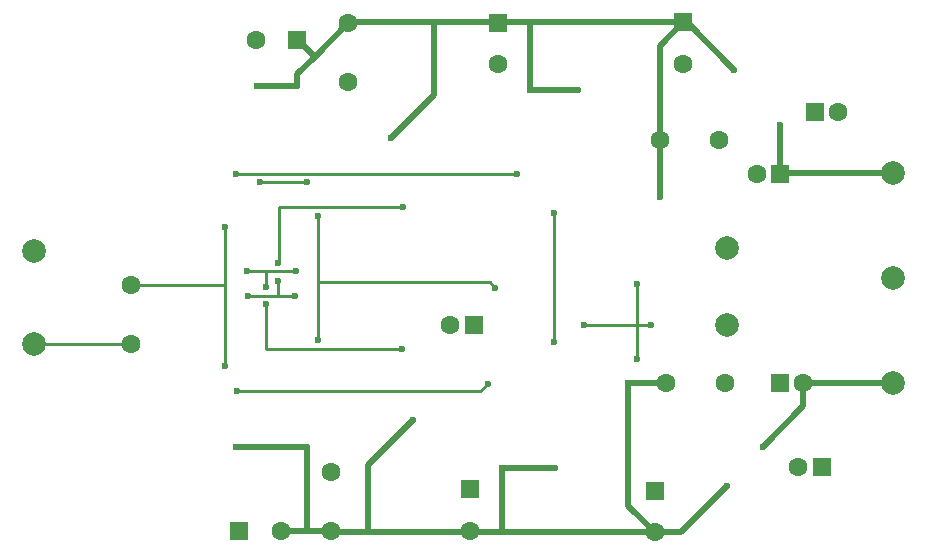
<source format=gbr>
G04 #@! TF.GenerationSoftware,KiCad,Pcbnew,(5.1.8-0-10_14)*
G04 #@! TF.CreationDate,2020-12-23T15:48:11+01:00*
G04 #@! TF.ProjectId,pre-amp-discret,7072652d-616d-4702-9d64-697363726574,rev?*
G04 #@! TF.SameCoordinates,Original*
G04 #@! TF.FileFunction,Copper,L2,Bot*
G04 #@! TF.FilePolarity,Positive*
%FSLAX46Y46*%
G04 Gerber Fmt 4.6, Leading zero omitted, Abs format (unit mm)*
G04 Created by KiCad (PCBNEW (5.1.8-0-10_14)) date 2020-12-23 15:48:11*
%MOMM*%
%LPD*%
G01*
G04 APERTURE LIST*
G04 #@! TA.AperFunction,ComponentPad*
%ADD10C,1.600000*%
G04 #@! TD*
G04 #@! TA.AperFunction,ComponentPad*
%ADD11R,1.600000X1.600000*%
G04 #@! TD*
G04 #@! TA.AperFunction,ComponentPad*
%ADD12C,2.000000*%
G04 #@! TD*
G04 #@! TA.AperFunction,ViaPad*
%ADD13C,0.600000*%
G04 #@! TD*
G04 #@! TA.AperFunction,Conductor*
%ADD14C,0.500000*%
G04 #@! TD*
G04 #@! TA.AperFunction,Conductor*
%ADD15C,0.250000*%
G04 #@! TD*
G04 APERTURE END LIST*
D10*
X162560000Y-143301600D03*
D11*
X162560000Y-139801600D03*
D10*
X164922200Y-103779200D03*
D11*
X164922200Y-100279200D03*
D10*
X160864800Y-125882400D03*
D11*
X162864800Y-125882400D03*
D10*
X146502000Y-143281400D03*
D11*
X143002000Y-143281400D03*
D10*
X144404200Y-101727000D03*
D11*
X147904200Y-101727000D03*
D10*
X178181000Y-143433800D03*
D11*
X178181000Y-139933800D03*
D10*
X180594000Y-103766500D03*
D11*
X180594000Y-100266500D03*
D10*
X190322200Y-137896600D03*
D11*
X192322200Y-137896600D03*
D10*
X190754000Y-130810000D03*
D11*
X188754000Y-130810000D03*
D10*
X193719200Y-107848400D03*
D11*
X191719200Y-107848400D03*
D10*
X186798200Y-113055400D03*
D11*
X188798200Y-113055400D03*
D10*
X150774400Y-138328400D03*
X150774400Y-143328400D03*
X152222200Y-100304600D03*
X152222200Y-105304600D03*
X184133500Y-130810000D03*
X179133500Y-130810000D03*
X178642000Y-110210600D03*
X183642000Y-110210600D03*
D12*
X184302400Y-119354600D03*
X184251600Y-125907800D03*
X198374000Y-121920000D03*
X125603000Y-127508000D03*
X198374000Y-130810000D03*
X125603000Y-119634000D03*
X198374000Y-113030000D03*
D10*
X133858000Y-127491500D03*
X133858000Y-122491500D03*
D13*
X178612800Y-115062000D03*
X167614600Y-105943400D03*
X171704000Y-105943400D03*
X159512000Y-103759000D03*
X155879800Y-110007400D03*
X144500600Y-105638600D03*
X147904200Y-105638600D03*
X184912000Y-104317800D03*
X141757400Y-117551200D03*
X141757400Y-129311400D03*
X175895000Y-130810000D03*
X165201600Y-137972800D03*
X169722800Y-137998200D03*
X153924000Y-140004800D03*
X157708600Y-133959600D03*
X184277000Y-139522200D03*
X148717000Y-136194800D03*
X142748000Y-136194800D03*
X164020500Y-130873500D03*
X142763200Y-131506000D03*
X188798200Y-108940600D03*
X187325000Y-136194800D03*
X143713200Y-123418600D03*
X147751800Y-123418600D03*
X146304000Y-120599200D03*
X146304000Y-122123200D03*
X156819600Y-115925600D03*
X164642800Y-122732800D03*
X149656800Y-127127000D03*
X149656800Y-116611400D03*
X176657000Y-122428000D03*
X176657000Y-128778000D03*
X172212000Y-125882400D03*
X177850800Y-125907800D03*
X169672000Y-127304800D03*
X169672000Y-116433600D03*
X166547800Y-113106200D03*
X142722600Y-113131600D03*
X144729200Y-113792000D03*
X148691600Y-113792000D03*
X143687800Y-121310400D03*
X147777200Y-121310400D03*
X156743400Y-127889000D03*
X145237200Y-124129800D03*
X145237200Y-122656600D03*
D14*
X157226000Y-100266500D02*
X157226000Y-100266500D01*
X169926000Y-100266500D02*
X172974000Y-100266500D01*
X172974000Y-100266500D02*
X180594000Y-100266500D01*
X178642000Y-102218500D02*
X178642000Y-110210600D01*
X180594000Y-100266500D02*
X178642000Y-102218500D01*
X178642000Y-115032800D02*
X178612800Y-115062000D01*
X178642000Y-110210600D02*
X178642000Y-115032800D01*
X167614600Y-100355400D02*
X167703500Y-100266500D01*
X167614600Y-105943400D02*
X167614600Y-100355400D01*
X167703500Y-100266500D02*
X169926000Y-100266500D01*
X165989000Y-100266500D02*
X167703500Y-100266500D01*
X167614600Y-105943400D02*
X171704000Y-105943400D01*
X159512000Y-100457000D02*
X159321500Y-100266500D01*
X159512000Y-103759000D02*
X159512000Y-100457000D01*
X159321500Y-100266500D02*
X165989000Y-100266500D01*
X159512000Y-106375200D02*
X155879800Y-110007400D01*
X159512000Y-103759000D02*
X159512000Y-106375200D01*
X144500600Y-105638600D02*
X147904200Y-105638600D01*
X152260300Y-100266500D02*
X152222200Y-100304600D01*
X159321500Y-100266500D02*
X152260300Y-100266500D01*
X147904200Y-104622600D02*
X147904200Y-105638600D01*
X147929600Y-101727000D02*
X149364700Y-103162100D01*
X147904200Y-101727000D02*
X147929600Y-101727000D01*
X149364700Y-103162100D02*
X147904200Y-104622600D01*
X152222200Y-100304600D02*
X149364700Y-103162100D01*
X180860700Y-100266500D02*
X180594000Y-100266500D01*
X184912000Y-104317800D02*
X180860700Y-100266500D01*
D15*
X133841500Y-127508000D02*
X133858000Y-127491500D01*
X125603000Y-127508000D02*
X133841500Y-127508000D01*
X141757400Y-122453400D02*
X141757400Y-129311400D01*
X141719300Y-122491500D02*
X141757400Y-122453400D01*
X133858000Y-122491500D02*
X141719300Y-122491500D01*
X141757400Y-117551200D02*
X141757400Y-122453400D01*
D14*
X156210000Y-143383000D02*
X160020000Y-143383000D01*
X160020000Y-143383000D02*
X165163500Y-143383000D01*
X179133500Y-130810000D02*
X175895000Y-130810000D01*
X165201600Y-143344900D02*
X165163500Y-143383000D01*
X165201600Y-137972800D02*
X165201600Y-143344900D01*
X169697400Y-137972800D02*
X169722800Y-137998200D01*
X165201600Y-137972800D02*
X169697400Y-137972800D01*
X153924000Y-143230600D02*
X154076400Y-143383000D01*
X153924000Y-140004800D02*
X153924000Y-143230600D01*
X154076400Y-143383000D02*
X156210000Y-143383000D01*
X153924000Y-137744200D02*
X157708600Y-133959600D01*
X153924000Y-140004800D02*
X153924000Y-137744200D01*
X150829000Y-143383000D02*
X150774400Y-143328400D01*
X154076400Y-143383000D02*
X150829000Y-143383000D01*
X180390800Y-143408400D02*
X175793400Y-143408400D01*
X184277000Y-139522200D02*
X180390800Y-143408400D01*
X162666800Y-143408400D02*
X162560000Y-143301600D01*
X175793400Y-143408400D02*
X162666800Y-143408400D01*
X178181000Y-143433800D02*
X175920400Y-141173200D01*
X175920400Y-130835400D02*
X175895000Y-130810000D01*
X175920400Y-141173200D02*
X175920400Y-130835400D01*
X146549000Y-143328400D02*
X146502000Y-143281400D01*
X150774400Y-143328400D02*
X148662400Y-143328400D01*
X148662400Y-143328400D02*
X146549000Y-143328400D01*
X148717000Y-143273800D02*
X148662400Y-143328400D01*
X148717000Y-136194800D02*
X148717000Y-143273800D01*
X148717000Y-136194800D02*
X142748000Y-136194800D01*
D15*
X163388000Y-131506000D02*
X164020500Y-130873500D01*
X142763200Y-131506000D02*
X163388000Y-131506000D01*
D14*
X188823600Y-113030000D02*
X188798200Y-113055400D01*
X198374000Y-113030000D02*
X188823600Y-113030000D01*
X188798200Y-113055400D02*
X188798200Y-108940600D01*
X190754000Y-132765800D02*
X190754000Y-130810000D01*
X187325000Y-136194800D02*
X190754000Y-132765800D01*
X190754000Y-130810000D02*
X198374000Y-130810000D01*
D15*
X184238900Y-125920500D02*
X184251600Y-125907800D01*
X146329400Y-120573800D02*
X146304000Y-120599200D01*
X146329400Y-115925600D02*
X146329400Y-120573800D01*
X146304000Y-123393200D02*
X146329400Y-123418600D01*
X146304000Y-122123200D02*
X146304000Y-123393200D01*
X146329400Y-123418600D02*
X147751800Y-123418600D01*
X143713200Y-123418600D02*
X146329400Y-123418600D01*
X156819600Y-115925600D02*
X146329400Y-115925600D01*
X164642800Y-122732800D02*
X164185600Y-122275600D01*
X164185600Y-122275600D02*
X149707600Y-122275600D01*
X149656800Y-127127000D02*
X149656800Y-116611400D01*
X176657000Y-126809500D02*
X176657000Y-128778000D01*
X176657000Y-122428000D02*
X176657000Y-124460000D01*
X176657000Y-125984000D02*
X176657000Y-126809500D01*
X176657000Y-125920500D02*
X176657000Y-125984000D01*
X176657000Y-124460000D02*
X176657000Y-125920500D01*
X172250100Y-125920500D02*
X172212000Y-125882400D01*
X176657000Y-125920500D02*
X172250100Y-125920500D01*
X177838100Y-125920500D02*
X177850800Y-125907800D01*
X176657000Y-125920500D02*
X177838100Y-125920500D01*
X169672000Y-127304800D02*
X169672000Y-117449600D01*
X169672000Y-117449600D02*
X169672000Y-116941600D01*
X169672000Y-116941600D02*
X169672000Y-116433600D01*
X158127700Y-113093500D02*
X158089600Y-113131600D01*
X166535100Y-113093500D02*
X158127700Y-113093500D01*
X166547800Y-113106200D02*
X166535100Y-113093500D01*
X158089600Y-113131600D02*
X142722600Y-113131600D01*
X144729200Y-113792000D02*
X148691600Y-113792000D01*
X156743400Y-127889000D02*
X145237200Y-127889000D01*
X145237200Y-127889000D02*
X145237200Y-124129800D01*
X145237200Y-121386600D02*
X145161000Y-121310400D01*
X145237200Y-122656600D02*
X145237200Y-121386600D01*
X145161000Y-121310400D02*
X147777200Y-121310400D01*
X143687800Y-121310400D02*
X145161000Y-121310400D01*
M02*

</source>
